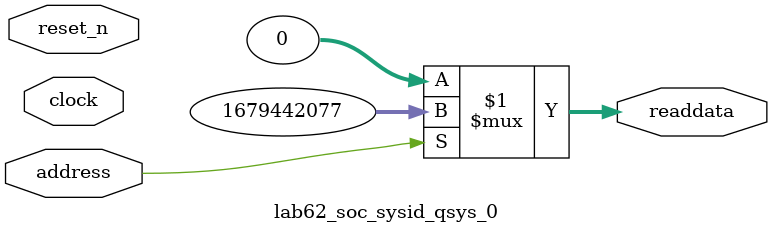
<source format=v>



// synthesis translate_off
`timescale 1ns / 1ps
// synthesis translate_on

// turn off superfluous verilog processor warnings 
// altera message_level Level1 
// altera message_off 10034 10035 10036 10037 10230 10240 10030 

module lab62_soc_sysid_qsys_0 (
               // inputs:
                address,
                clock,
                reset_n,

               // outputs:
                readdata
             )
;

  output  [ 31: 0] readdata;
  input            address;
  input            clock;
  input            reset_n;

  wire    [ 31: 0] readdata;
  //control_slave, which is an e_avalon_slave
  assign readdata = address ? 1679442077 : 0;

endmodule



</source>
